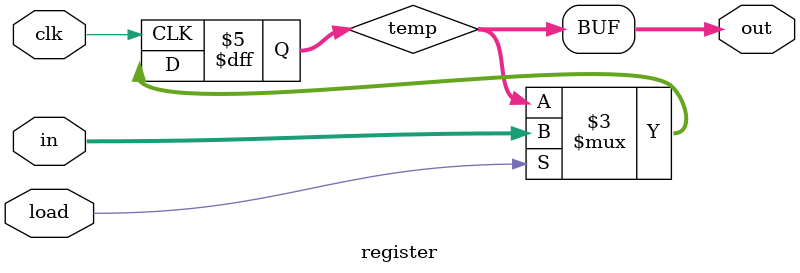
<source format=v>
module register(in,load,clk,out);
    input [7:0] in;
    input load,clk;
    output [7:0] out;
    reg [7:0] temp;
    always @(posedge clk) begin
        if(load) begin
            temp = in;
        end
        else begin
            temp = temp;
        end
    end
    assign out = temp;
endmodule
</source>
